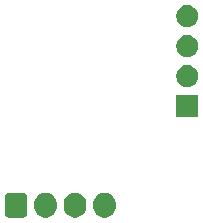
<source format=gbr>
%TF.GenerationSoftware,KiCad,Pcbnew,9.0.6*%
%TF.CreationDate,2026-02-24T16:40:53+01:00*%
%TF.ProjectId,MPC-Status,4d50432d-5374-4617-9475-732e6b696361,rev?*%
%TF.SameCoordinates,Original*%
%TF.FileFunction,Soldermask,Bot*%
%TF.FilePolarity,Negative*%
%FSLAX46Y46*%
G04 Gerber Fmt 4.6, Leading zero omitted, Abs format (unit mm)*
G04 Created by KiCad (PCBNEW 9.0.6) date 2026-02-24 16:40:53*
%MOMM*%
%LPD*%
G01*
G04 APERTURE LIST*
G04 APERTURE END LIST*
G36*
X149187998Y-113946585D02*
G01*
X149197693Y-113951106D01*
X149204872Y-113952243D01*
X149256010Y-113978299D01*
X149295016Y-113996488D01*
X149298453Y-113999925D01*
X149299475Y-114000446D01*
X149374553Y-114075524D01*
X149375073Y-114076545D01*
X149378512Y-114079984D01*
X149396705Y-114119001D01*
X149422756Y-114170127D01*
X149423892Y-114177303D01*
X149428415Y-114187002D01*
X149440000Y-114275000D01*
X149440000Y-115725000D01*
X149428415Y-115812998D01*
X149423892Y-115822696D01*
X149422756Y-115829872D01*
X149396711Y-115880987D01*
X149378512Y-115920016D01*
X149375072Y-115923455D01*
X149374553Y-115924475D01*
X149299475Y-115999553D01*
X149298455Y-116000072D01*
X149295016Y-116003512D01*
X149255987Y-116021711D01*
X149204872Y-116047756D01*
X149197696Y-116048892D01*
X149187998Y-116053415D01*
X149100000Y-116065000D01*
X147900000Y-116065000D01*
X147812002Y-116053415D01*
X147802303Y-116048892D01*
X147795127Y-116047756D01*
X147744001Y-116021705D01*
X147704984Y-116003512D01*
X147701545Y-116000073D01*
X147700524Y-115999553D01*
X147625446Y-115924475D01*
X147624925Y-115923453D01*
X147621488Y-115920016D01*
X147603299Y-115881010D01*
X147577243Y-115829872D01*
X147576106Y-115822693D01*
X147571585Y-115812998D01*
X147560000Y-115725000D01*
X147560000Y-114275000D01*
X147571585Y-114187002D01*
X147576105Y-114177306D01*
X147577243Y-114170127D01*
X147603304Y-114118978D01*
X147621488Y-114079984D01*
X147624924Y-114076547D01*
X147625446Y-114075524D01*
X147700524Y-114000446D01*
X147701547Y-113999924D01*
X147704984Y-113996488D01*
X147743978Y-113978304D01*
X147795127Y-113952243D01*
X147802306Y-113951105D01*
X147812002Y-113946585D01*
X147900000Y-113935000D01*
X149100000Y-113935000D01*
X149187998Y-113946585D01*
G37*
G36*
X151272868Y-113975476D02*
G01*
X151443113Y-114045994D01*
X151596330Y-114148370D01*
X151726630Y-114278670D01*
X151829006Y-114431887D01*
X151899524Y-114602132D01*
X151935474Y-114782864D01*
X151940000Y-114875000D01*
X151940000Y-115125000D01*
X151935474Y-115217136D01*
X151899524Y-115397868D01*
X151829006Y-115568113D01*
X151726630Y-115721330D01*
X151596330Y-115851630D01*
X151443113Y-115954006D01*
X151272868Y-116024524D01*
X151092136Y-116060474D01*
X150907864Y-116060474D01*
X150727132Y-116024524D01*
X150556887Y-115954006D01*
X150403670Y-115851630D01*
X150273370Y-115721330D01*
X150170994Y-115568113D01*
X150100476Y-115397868D01*
X150064526Y-115217136D01*
X150060000Y-115125000D01*
X150060000Y-114875000D01*
X150064526Y-114782864D01*
X150100476Y-114602132D01*
X150170994Y-114431887D01*
X150273370Y-114278670D01*
X150403670Y-114148370D01*
X150556887Y-114045994D01*
X150727132Y-113975476D01*
X150907864Y-113939526D01*
X151092136Y-113939526D01*
X151272868Y-113975476D01*
G37*
G36*
X153772868Y-113975476D02*
G01*
X153943113Y-114045994D01*
X154096330Y-114148370D01*
X154226630Y-114278670D01*
X154329006Y-114431887D01*
X154399524Y-114602132D01*
X154435474Y-114782864D01*
X154440000Y-114875000D01*
X154440000Y-115125000D01*
X154435474Y-115217136D01*
X154399524Y-115397868D01*
X154329006Y-115568113D01*
X154226630Y-115721330D01*
X154096330Y-115851630D01*
X153943113Y-115954006D01*
X153772868Y-116024524D01*
X153592136Y-116060474D01*
X153407864Y-116060474D01*
X153227132Y-116024524D01*
X153056887Y-115954006D01*
X152903670Y-115851630D01*
X152773370Y-115721330D01*
X152670994Y-115568113D01*
X152600476Y-115397868D01*
X152564526Y-115217136D01*
X152560000Y-115125000D01*
X152560000Y-114875000D01*
X152564526Y-114782864D01*
X152600476Y-114602132D01*
X152670994Y-114431887D01*
X152773370Y-114278670D01*
X152903670Y-114148370D01*
X153056887Y-114045994D01*
X153227132Y-113975476D01*
X153407864Y-113939526D01*
X153592136Y-113939526D01*
X153772868Y-113975476D01*
G37*
G36*
X156272868Y-113975476D02*
G01*
X156443113Y-114045994D01*
X156596330Y-114148370D01*
X156726630Y-114278670D01*
X156829006Y-114431887D01*
X156899524Y-114602132D01*
X156935474Y-114782864D01*
X156940000Y-114875000D01*
X156940000Y-115125000D01*
X156935474Y-115217136D01*
X156899524Y-115397868D01*
X156829006Y-115568113D01*
X156726630Y-115721330D01*
X156596330Y-115851630D01*
X156443113Y-115954006D01*
X156272868Y-116024524D01*
X156092136Y-116060474D01*
X155907864Y-116060474D01*
X155727132Y-116024524D01*
X155556887Y-115954006D01*
X155403670Y-115851630D01*
X155273370Y-115721330D01*
X155170994Y-115568113D01*
X155100476Y-115397868D01*
X155064526Y-115217136D01*
X155060000Y-115125000D01*
X155060000Y-114875000D01*
X155064526Y-114782864D01*
X155100476Y-114602132D01*
X155170994Y-114431887D01*
X155273370Y-114278670D01*
X155403670Y-114148370D01*
X155556887Y-114045994D01*
X155727132Y-113975476D01*
X155907864Y-113939526D01*
X156092136Y-113939526D01*
X156272868Y-113975476D01*
G37*
G36*
X163884442Y-105686851D02*
G01*
X163913640Y-105706360D01*
X163933149Y-105735558D01*
X163940000Y-105770000D01*
X163940000Y-107470000D01*
X163933149Y-107504442D01*
X163913640Y-107533640D01*
X163884442Y-107553149D01*
X163850000Y-107560000D01*
X162150000Y-107560000D01*
X162115558Y-107553149D01*
X162086360Y-107533640D01*
X162066851Y-107504442D01*
X162060000Y-107470000D01*
X162060000Y-105770000D01*
X162066851Y-105735558D01*
X162086360Y-105706360D01*
X162115558Y-105686851D01*
X162150000Y-105680000D01*
X163850000Y-105680000D01*
X163884442Y-105686851D01*
G37*
G36*
X163272868Y-103180476D02*
G01*
X163443113Y-103250994D01*
X163596330Y-103353370D01*
X163726630Y-103483670D01*
X163829006Y-103636887D01*
X163899524Y-103807132D01*
X163935474Y-103987864D01*
X163935474Y-104172136D01*
X163899524Y-104352868D01*
X163829006Y-104523113D01*
X163726630Y-104676330D01*
X163596330Y-104806630D01*
X163443113Y-104909006D01*
X163272868Y-104979524D01*
X163092136Y-105015474D01*
X162907864Y-105015474D01*
X162727132Y-104979524D01*
X162556887Y-104909006D01*
X162403670Y-104806630D01*
X162273370Y-104676330D01*
X162170994Y-104523113D01*
X162100476Y-104352868D01*
X162064526Y-104172136D01*
X162064526Y-103987864D01*
X162100476Y-103807132D01*
X162170994Y-103636887D01*
X162273370Y-103483670D01*
X162403670Y-103353370D01*
X162556887Y-103250994D01*
X162727132Y-103180476D01*
X162907864Y-103144526D01*
X163092136Y-103144526D01*
X163272868Y-103180476D01*
G37*
G36*
X163272868Y-100640476D02*
G01*
X163443113Y-100710994D01*
X163596330Y-100813370D01*
X163726630Y-100943670D01*
X163829006Y-101096887D01*
X163899524Y-101267132D01*
X163935474Y-101447864D01*
X163935474Y-101632136D01*
X163899524Y-101812868D01*
X163829006Y-101983113D01*
X163726630Y-102136330D01*
X163596330Y-102266630D01*
X163443113Y-102369006D01*
X163272868Y-102439524D01*
X163092136Y-102475474D01*
X162907864Y-102475474D01*
X162727132Y-102439524D01*
X162556887Y-102369006D01*
X162403670Y-102266630D01*
X162273370Y-102136330D01*
X162170994Y-101983113D01*
X162100476Y-101812868D01*
X162064526Y-101632136D01*
X162064526Y-101447864D01*
X162100476Y-101267132D01*
X162170994Y-101096887D01*
X162273370Y-100943670D01*
X162403670Y-100813370D01*
X162556887Y-100710994D01*
X162727132Y-100640476D01*
X162907864Y-100604526D01*
X163092136Y-100604526D01*
X163272868Y-100640476D01*
G37*
G36*
X163272868Y-98100476D02*
G01*
X163443113Y-98170994D01*
X163596330Y-98273370D01*
X163726630Y-98403670D01*
X163829006Y-98556887D01*
X163899524Y-98727132D01*
X163935474Y-98907864D01*
X163935474Y-99092136D01*
X163899524Y-99272868D01*
X163829006Y-99443113D01*
X163726630Y-99596330D01*
X163596330Y-99726630D01*
X163443113Y-99829006D01*
X163272868Y-99899524D01*
X163092136Y-99935474D01*
X162907864Y-99935474D01*
X162727132Y-99899524D01*
X162556887Y-99829006D01*
X162403670Y-99726630D01*
X162273370Y-99596330D01*
X162170994Y-99443113D01*
X162100476Y-99272868D01*
X162064526Y-99092136D01*
X162064526Y-98907864D01*
X162100476Y-98727132D01*
X162170994Y-98556887D01*
X162273370Y-98403670D01*
X162403670Y-98273370D01*
X162556887Y-98170994D01*
X162727132Y-98100476D01*
X162907864Y-98064526D01*
X163092136Y-98064526D01*
X163272868Y-98100476D01*
G37*
M02*

</source>
